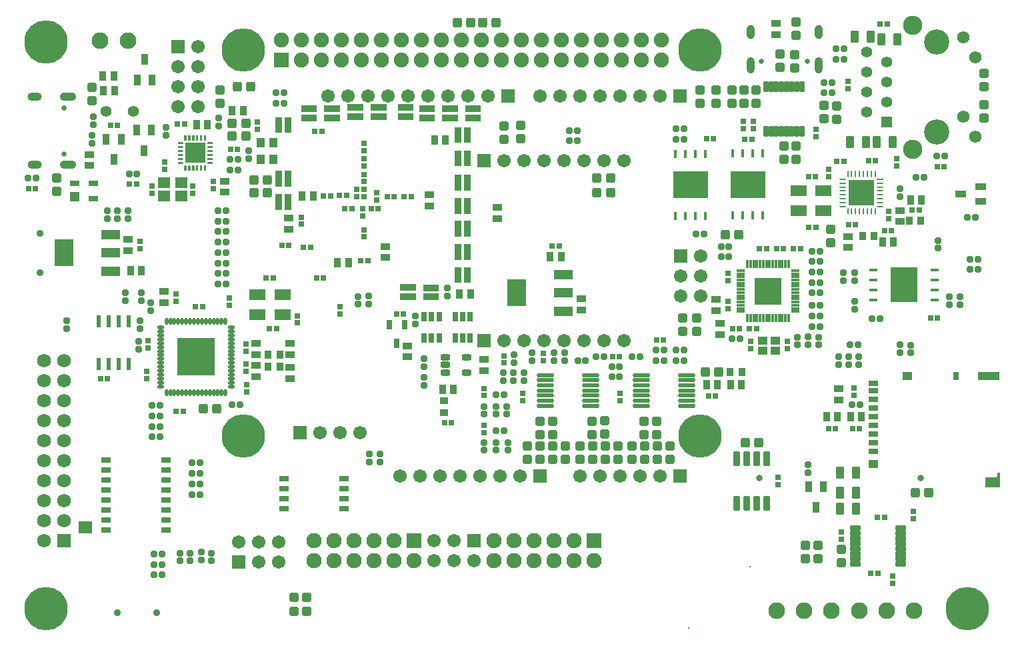
<source format=gbs>
G04*
G04 #@! TF.GenerationSoftware,Altium Limited,Altium Designer,23.11.1 (41)*
G04*
G04 Layer_Color=16711935*
%FSLAX44Y44*%
%MOMM*%
G71*
G04*
G04 #@! TF.SameCoordinates,BF087CC3-BE28-4B26-89C1-CEA847933F0A*
G04*
G04*
G04 #@! TF.FilePolarity,Negative*
G04*
G01*
G75*
%ADD26R,0.8000X1.0000*%
%ADD51R,0.6000X1.5500*%
%ADD66R,0.7600X0.7600*%
%ADD67R,1.1532X0.9532*%
G04:AMPARAMS|DCode=74|XSize=0.8032mm|YSize=0.8032mm|CornerRadius=0.1616mm|HoleSize=0mm|Usage=FLASHONLY|Rotation=90.000|XOffset=0mm|YOffset=0mm|HoleType=Round|Shape=RoundedRectangle|*
%AMROUNDEDRECTD74*
21,1,0.8032,0.4800,0,0,90.0*
21,1,0.4800,0.8032,0,0,90.0*
1,1,0.3232,0.2400,0.2400*
1,1,0.3232,0.2400,-0.2400*
1,1,0.3232,-0.2400,-0.2400*
1,1,0.3232,-0.2400,0.2400*
%
%ADD74ROUNDEDRECTD74*%
%ADD75R,0.9532X1.1532*%
G04:AMPARAMS|DCode=82|XSize=0.8032mm|YSize=0.8032mm|CornerRadius=0.1616mm|HoleSize=0mm|Usage=FLASHONLY|Rotation=180.000|XOffset=0mm|YOffset=0mm|HoleType=Round|Shape=RoundedRectangle|*
%AMROUNDEDRECTD82*
21,1,0.8032,0.4800,0,0,180.0*
21,1,0.4800,0.8032,0,0,180.0*
1,1,0.3232,-0.2400,0.2400*
1,1,0.3232,0.2400,0.2400*
1,1,0.3232,0.2400,-0.2400*
1,1,0.3232,-0.2400,-0.2400*
%
%ADD82ROUNDEDRECTD82*%
%ADD83R,0.8382X1.4732*%
G04:AMPARAMS|DCode=85|XSize=1.2032mm|YSize=1.1032mm|CornerRadius=0.2141mm|HoleSize=0mm|Usage=FLASHONLY|Rotation=0.000|XOffset=0mm|YOffset=0mm|HoleType=Round|Shape=RoundedRectangle|*
%AMROUNDEDRECTD85*
21,1,1.2032,0.6750,0,0,0.0*
21,1,0.7750,1.1032,0,0,0.0*
1,1,0.4282,0.3875,-0.3375*
1,1,0.4282,-0.3875,-0.3375*
1,1,0.4282,-0.3875,0.3375*
1,1,0.4282,0.3875,0.3375*
%
%ADD85ROUNDEDRECTD85*%
%ADD87R,1.7032X1.7032*%
%ADD88C,1.7032*%
%ADD89C,0.9000*%
%ADD90C,0.8032*%
%ADD91C,0.5588*%
%ADD92C,5.5032*%
%ADD93C,1.3900*%
%ADD94C,1.9032*%
%ADD95C,2.1032*%
%ADD96C,1.9304*%
%ADD97C,1.4032*%
%ADD98C,1.7532*%
%ADD99C,1.5700*%
%ADD100R,1.7532X1.7532*%
%ADD101R,1.9032X1.9032*%
%ADD102R,1.8796X1.8796*%
%ADD103C,3.2000*%
%ADD104R,1.3900X1.3900*%
%ADD105C,2.4500*%
G04:AMPARAMS|DCode=106|XSize=1mm|YSize=1.8mm|CornerRadius=0.5mm|HoleSize=0mm|Usage=FLASHONLY|Rotation=180.000|XOffset=0mm|YOffset=0mm|HoleType=Round|Shape=RoundedRectangle|*
%AMROUNDEDRECTD106*
21,1,1.0000,0.8000,0,0,180.0*
21,1,0.0000,1.8000,0,0,180.0*
1,1,1.0000,0.0000,0.4000*
1,1,1.0000,0.0000,0.4000*
1,1,1.0000,0.0000,-0.4000*
1,1,1.0000,0.0000,-0.4000*
%
%ADD106ROUNDEDRECTD106*%
G04:AMPARAMS|DCode=107|XSize=1mm|YSize=2.1mm|CornerRadius=0.5mm|HoleSize=0mm|Usage=FLASHONLY|Rotation=180.000|XOffset=0mm|YOffset=0mm|HoleType=Round|Shape=RoundedRectangle|*
%AMROUNDEDRECTD107*
21,1,1.0000,1.1000,0,0,180.0*
21,1,0.0000,2.1000,0,0,180.0*
1,1,1.0000,0.0000,0.5500*
1,1,1.0000,0.0000,0.5500*
1,1,1.0000,0.0000,-0.5500*
1,1,1.0000,0.0000,-0.5500*
%
%ADD107ROUNDEDRECTD107*%
%ADD108C,0.6500*%
%ADD109R,1.7032X1.7032*%
%ADD110C,0.2032*%
G04:AMPARAMS|DCode=111|XSize=1mm|YSize=2.1mm|CornerRadius=0.5mm|HoleSize=0mm|Usage=FLASHONLY|Rotation=270.000|XOffset=0mm|YOffset=0mm|HoleType=Round|Shape=RoundedRectangle|*
%AMROUNDEDRECTD111*
21,1,1.0000,1.1000,0,0,270.0*
21,1,0.0000,2.1000,0,0,270.0*
1,1,1.0000,-0.5500,0.0000*
1,1,1.0000,-0.5500,0.0000*
1,1,1.0000,0.5500,0.0000*
1,1,1.0000,0.5500,0.0000*
%
%ADD111ROUNDEDRECTD111*%
G04:AMPARAMS|DCode=112|XSize=1mm|YSize=1.8mm|CornerRadius=0.5mm|HoleSize=0mm|Usage=FLASHONLY|Rotation=270.000|XOffset=0mm|YOffset=0mm|HoleType=Round|Shape=RoundedRectangle|*
%AMROUNDEDRECTD112*
21,1,1.0000,0.8000,0,0,270.0*
21,1,0.0000,1.8000,0,0,270.0*
1,1,1.0000,-0.4000,0.0000*
1,1,1.0000,-0.4000,0.0000*
1,1,1.0000,0.4000,0.0000*
1,1,1.0000,0.4000,0.0000*
%
%ADD112ROUNDEDRECTD112*%
%ADD144R,1.2700X0.7600*%
G04:AMPARAMS|DCode=150|XSize=0.8078mm|YSize=0.2393mm|CornerRadius=0.1196mm|HoleSize=0mm|Usage=FLASHONLY|Rotation=180.000|XOffset=0mm|YOffset=0mm|HoleType=Round|Shape=RoundedRectangle|*
%AMROUNDEDRECTD150*
21,1,0.8078,0.0000,0,0,180.0*
21,1,0.5686,0.2393,0,0,180.0*
1,1,0.2393,-0.2843,0.0000*
1,1,0.2393,0.2843,0.0000*
1,1,0.2393,0.2843,0.0000*
1,1,0.2393,-0.2843,0.0000*
%
%ADD150ROUNDEDRECTD150*%
G04:AMPARAMS|DCode=151|XSize=0.2393mm|YSize=0.8078mm|CornerRadius=0.1196mm|HoleSize=0mm|Usage=FLASHONLY|Rotation=180.000|XOffset=0mm|YOffset=0mm|HoleType=Round|Shape=RoundedRectangle|*
%AMROUNDEDRECTD151*
21,1,0.2393,0.5686,0,0,180.0*
21,1,0.0000,0.8078,0,0,180.0*
1,1,0.2393,0.0000,0.2843*
1,1,0.2393,0.0000,0.2843*
1,1,0.2393,0.0000,-0.2843*
1,1,0.2393,0.0000,-0.2843*
%
%ADD151ROUNDEDRECTD151*%
%ADD152R,3.2000X3.2000*%
%ADD153R,4.4000X3.5000*%
G04:AMPARAMS|DCode=154|XSize=1.0611mm|YSize=0.3925mm|CornerRadius=0.1962mm|HoleSize=0mm|Usage=FLASHONLY|Rotation=90.000|XOffset=0mm|YOffset=0mm|HoleType=Round|Shape=RoundedRectangle|*
%AMROUNDEDRECTD154*
21,1,1.0611,0.0000,0,0,90.0*
21,1,0.6686,0.3925,0,0,90.0*
1,1,0.3925,0.0000,0.3343*
1,1,0.3925,0.0000,-0.3343*
1,1,0.3925,0.0000,-0.3343*
1,1,0.3925,0.0000,0.3343*
%
%ADD154ROUNDEDRECTD154*%
%ADD155R,3.5000X4.4000*%
G04:AMPARAMS|DCode=156|XSize=1.0611mm|YSize=0.3925mm|CornerRadius=0.1962mm|HoleSize=0mm|Usage=FLASHONLY|Rotation=0.000|XOffset=0mm|YOffset=0mm|HoleType=Round|Shape=RoundedRectangle|*
%AMROUNDEDRECTD156*
21,1,1.0611,0.0000,0,0,0.0*
21,1,0.6686,0.3925,0,0,0.0*
1,1,0.3925,0.3343,0.0000*
1,1,0.3925,-0.3343,0.0000*
1,1,0.3925,-0.3343,0.0000*
1,1,0.3925,0.3343,0.0000*
%
%ADD156ROUNDEDRECTD156*%
%ADD157R,2.8000X1.0000*%
%ADD158R,1.2000X1.0000*%
%ADD162C,1.1447*%
%ADD163R,1.2000X0.7000*%
%ADD166R,1.1000X1.3000*%
%ADD167R,2.5000X2.5000*%
%ADD176R,0.3925X1.0611*%
%ADD177R,1.0611X0.3925*%
%ADD178R,0.8078X0.2393*%
%ADD179C,0.2520*%
%ADD184R,1.8000X1.6000*%
%ADD185R,0.8532X1.4032*%
G04:AMPARAMS|DCode=186|XSize=1.2032mm|YSize=1.1032mm|CornerRadius=0.2141mm|HoleSize=0mm|Usage=FLASHONLY|Rotation=270.000|XOffset=0mm|YOffset=0mm|HoleType=Round|Shape=RoundedRectangle|*
%AMROUNDEDRECTD186*
21,1,1.2032,0.6750,0,0,270.0*
21,1,0.7750,1.1032,0,0,270.0*
1,1,0.4282,-0.3375,-0.3875*
1,1,0.4282,-0.3375,0.3875*
1,1,0.4282,0.3375,0.3875*
1,1,0.4282,0.3375,-0.3875*
%
%ADD186ROUNDEDRECTD186*%
%ADD187R,2.1032X1.4032*%
%ADD188R,0.5032X0.8532*%
%ADD189R,0.7600X0.7600*%
G04:AMPARAMS|DCode=190|XSize=0.6032mm|YSize=1.4032mm|CornerRadius=0.1516mm|HoleSize=0mm|Usage=FLASHONLY|Rotation=90.000|XOffset=0mm|YOffset=0mm|HoleType=Round|Shape=RoundedRectangle|*
%AMROUNDEDRECTD190*
21,1,0.6032,1.1000,0,0,90.0*
21,1,0.3000,1.4032,0,0,90.0*
1,1,0.3032,0.5500,0.1500*
1,1,0.3032,0.5500,-0.1500*
1,1,0.3032,-0.5500,-0.1500*
1,1,0.3032,-0.5500,0.1500*
%
%ADD190ROUNDEDRECTD190*%
G04:AMPARAMS|DCode=191|XSize=1.5032mm|YSize=1.0032mm|CornerRadius=0.2016mm|HoleSize=0mm|Usage=FLASHONLY|Rotation=90.000|XOffset=0mm|YOffset=0mm|HoleType=Round|Shape=RoundedRectangle|*
%AMROUNDEDRECTD191*
21,1,1.5032,0.6000,0,0,90.0*
21,1,1.1000,1.0032,0,0,90.0*
1,1,0.4032,0.3000,0.5500*
1,1,0.4032,0.3000,-0.5500*
1,1,0.4032,-0.3000,-0.5500*
1,1,0.4032,-0.3000,0.5500*
%
%ADD191ROUNDEDRECTD191*%
%ADD192R,0.8032X1.2032*%
G04:AMPARAMS|DCode=193|XSize=1.2532mm|YSize=0.8032mm|CornerRadius=0.2516mm|HoleSize=0mm|Usage=FLASHONLY|Rotation=180.000|XOffset=0mm|YOffset=0mm|HoleType=Round|Shape=RoundedRectangle|*
%AMROUNDEDRECTD193*
21,1,1.2532,0.3000,0,0,180.0*
21,1,0.7500,0.8032,0,0,180.0*
1,1,0.5032,-0.3750,0.1500*
1,1,0.5032,0.3750,0.1500*
1,1,0.5032,0.3750,-0.1500*
1,1,0.5032,-0.3750,-0.1500*
%
%ADD193ROUNDEDRECTD193*%
%ADD194O,2.2032X0.5532*%
G04:AMPARAMS|DCode=195|XSize=0.6032mm|YSize=1.4032mm|CornerRadius=0.1516mm|HoleSize=0mm|Usage=FLASHONLY|Rotation=180.000|XOffset=0mm|YOffset=0mm|HoleType=Round|Shape=RoundedRectangle|*
%AMROUNDEDRECTD195*
21,1,0.6032,1.1000,0,0,180.0*
21,1,0.3000,1.4032,0,0,180.0*
1,1,0.3032,-0.1500,0.5500*
1,1,0.3032,0.1500,0.5500*
1,1,0.3032,0.1500,-0.5500*
1,1,0.3032,-0.1500,-0.5500*
%
%ADD195ROUNDEDRECTD195*%
%ADD196R,1.4032X0.8532*%
%ADD197R,3.4032X3.4032*%
%ADD198R,0.4032X1.0532*%
%ADD199R,1.1532X1.0032*%
%ADD200R,2.3532X1.2032*%
G04:AMPARAMS|DCode=201|XSize=0.8532mm|YSize=1.8532mm|CornerRadius=0.1504mm|HoleSize=0mm|Usage=FLASHONLY|Rotation=0.000|XOffset=0mm|YOffset=0mm|HoleType=Round|Shape=RoundedRectangle|*
%AMROUNDEDRECTD201*
21,1,0.8532,1.5525,0,0,0.0*
21,1,0.5525,1.8532,0,0,0.0*
1,1,0.3007,0.2763,-0.7763*
1,1,0.3007,-0.2763,-0.7763*
1,1,0.3007,-0.2763,0.7763*
1,1,0.3007,0.2763,0.7763*
%
%ADD201ROUNDEDRECTD201*%
%ADD202R,1.6032X1.4032*%
%ADD203R,1.2032X1.2032*%
%ADD204O,0.9532X0.4532*%
%ADD205R,4.7032X4.7032*%
%ADD206O,0.4532X0.9532*%
%ADD207R,0.8532X0.5032*%
%ADD208R,0.8432X1.1232*%
%ADD209R,2.3532X3.4532*%
%ADD210R,1.0532X0.4032*%
%ADD211R,1.2032X0.8032*%
%ADD212R,1.1232X0.8432*%
G36*
X633280Y887807D02*
X633674Y887413D01*
X633887Y886898D01*
Y886620D01*
Y886341D01*
X633674Y885827D01*
X633280Y885433D01*
X632766Y885220D01*
X626987D01*
Y888020D01*
X632766D01*
X633280Y887807D01*
D02*
G37*
G36*
X632487Y893020D02*
X632766D01*
X633280Y892807D01*
X633674Y892413D01*
X633887Y891898D01*
Y891620D01*
Y891341D01*
X633674Y890827D01*
X633280Y890433D01*
X632766Y890220D01*
X626987D01*
Y893020D01*
X632487D01*
Y893020D01*
D02*
G37*
G36*
X633280Y897807D02*
X633674Y897413D01*
X633887Y896898D01*
Y896620D01*
Y896341D01*
X633674Y895827D01*
X633280Y895433D01*
X632766Y895220D01*
X626987D01*
Y898020D01*
X632766D01*
X633280Y897807D01*
D02*
G37*
G36*
X637556Y883532D02*
X637949Y883138D01*
X638162Y882624D01*
Y882345D01*
Y876845D01*
X635363D01*
Y882345D01*
Y882624D01*
X635576Y883138D01*
X635970Y883532D01*
X636484Y883745D01*
X637041D01*
X637556Y883532D01*
D02*
G37*
G36*
X642555D02*
X642949Y883138D01*
X643163Y882624D01*
Y882345D01*
X643163Y876845D01*
X640362D01*
Y882345D01*
Y882624D01*
X640576Y883138D01*
X640969Y883532D01*
X641484Y883745D01*
X642041D01*
X642555Y883532D01*
D02*
G37*
G36*
X647556D02*
X647949Y883138D01*
X648163Y882624D01*
Y882345D01*
Y876845D01*
X645362D01*
Y882345D01*
Y882624D01*
X645576Y883138D01*
X645969Y883532D01*
X646484Y883745D01*
X647041D01*
X647556Y883532D01*
D02*
G37*
G36*
X633280Y902807D02*
X633674Y902413D01*
X633887Y901898D01*
Y901620D01*
Y901341D01*
X633674Y900827D01*
X633280Y900433D01*
X632766Y900220D01*
X626987D01*
Y903020D01*
X632766D01*
X633280Y902807D01*
D02*
G37*
G36*
Y907807D02*
X633674Y907413D01*
X633887Y906898D01*
Y906620D01*
Y906341D01*
X633674Y905827D01*
X633280Y905433D01*
X632766Y905220D01*
X632487D01*
X626987Y905220D01*
Y908020D01*
X632766D01*
X633280Y907807D01*
D02*
G37*
G36*
Y912807D02*
X633674Y912413D01*
X633887Y911898D01*
Y911620D01*
Y911341D01*
X633674Y910827D01*
X633280Y910433D01*
X632766Y910220D01*
X626987D01*
Y913020D01*
X632766D01*
X633280Y912807D01*
D02*
G37*
G36*
X638162Y915895D02*
Y915617D01*
X637949Y915102D01*
X637556Y914708D01*
X637041Y914495D01*
X636484D01*
X635970Y914708D01*
X635576Y915102D01*
X635363Y915617D01*
Y915895D01*
Y921395D01*
X638162D01*
Y915895D01*
D02*
G37*
G36*
X643163D02*
X643163D01*
Y915617D01*
X642949Y915102D01*
X642555Y914708D01*
X642041Y914495D01*
X641484D01*
X640969Y914708D01*
X640576Y915102D01*
X640362Y915617D01*
Y915895D01*
Y921395D01*
X643163D01*
Y915895D01*
D02*
G37*
G36*
X648163D02*
Y915617D01*
X647949Y915102D01*
X647556Y914708D01*
X647041Y914495D01*
X646484D01*
X645969Y914708D01*
X645576Y915102D01*
X645362Y915617D01*
Y915895D01*
Y921395D01*
X648163D01*
Y915895D01*
D02*
G37*
G36*
X663163D02*
Y915617D01*
X662949Y915102D01*
X662555Y914708D01*
X662041Y914495D01*
X661484D01*
X660969Y914708D01*
X660576Y915102D01*
X660362Y915617D01*
Y915895D01*
Y921395D01*
X663163D01*
Y915895D01*
D02*
G37*
G36*
X658163D02*
Y915617D01*
X657949Y915102D01*
X657556Y914708D01*
X657041Y914495D01*
X656484D01*
X655969Y914708D01*
X655576Y915102D01*
X655362Y915617D01*
Y915895D01*
X655362Y921395D01*
X658163D01*
Y915895D01*
D02*
G37*
G36*
X653163D02*
Y915617D01*
X652949Y915102D01*
X652555Y914708D01*
X652041Y914495D01*
X651484D01*
X650969Y914708D01*
X650576Y915102D01*
X650362Y915617D01*
Y915895D01*
Y921395D01*
X653163D01*
Y915895D01*
D02*
G37*
G36*
X671537Y910220D02*
X665759D01*
X665245Y910433D01*
X664851Y910827D01*
X664638Y911341D01*
Y911620D01*
Y911898D01*
X664851Y912413D01*
X665245Y912807D01*
X665759Y913020D01*
X671537D01*
Y910220D01*
D02*
G37*
G36*
Y905220D02*
X666038D01*
Y905220D01*
X665759D01*
X665245Y905433D01*
X664851Y905827D01*
X664638Y906341D01*
Y906620D01*
Y906898D01*
X664851Y907413D01*
X665245Y907807D01*
X665759Y908020D01*
X671537D01*
Y905220D01*
D02*
G37*
G36*
Y900220D02*
X665759D01*
X665245Y900433D01*
X664851Y900827D01*
X664638Y901341D01*
Y901620D01*
Y901898D01*
X664851Y902413D01*
X665245Y902807D01*
X665759Y903020D01*
X671537D01*
Y900220D01*
D02*
G37*
G36*
Y895220D02*
X665759D01*
X665245Y895433D01*
X664851Y895827D01*
X664638Y896341D01*
Y896620D01*
Y896898D01*
X664851Y897413D01*
X665245Y897807D01*
X665759Y898020D01*
X671537D01*
Y895220D01*
D02*
G37*
G36*
Y890220D02*
X665759D01*
X665245Y890433D01*
X664851Y890827D01*
X664638Y891341D01*
Y891620D01*
Y891898D01*
X664851Y892413D01*
X665245Y892807D01*
X665759Y893020D01*
X666038D01*
X671537Y893020D01*
Y890220D01*
D02*
G37*
G36*
Y885220D02*
X665759D01*
X665245Y885433D01*
X664851Y885827D01*
X664638Y886341D01*
Y886620D01*
Y886898D01*
X664851Y887413D01*
X665245Y887807D01*
X665759Y888020D01*
X671537D01*
Y885220D01*
D02*
G37*
G36*
X662555Y883532D02*
X662949Y883138D01*
X663163Y882624D01*
Y882345D01*
Y876845D01*
X660362D01*
Y882345D01*
Y882624D01*
X660576Y883138D01*
X660969Y883532D01*
X661484Y883745D01*
X662041D01*
X662555Y883532D01*
D02*
G37*
G36*
X657556D02*
X657949Y883138D01*
X658163Y882624D01*
Y882345D01*
Y876845D01*
X655362D01*
Y882345D01*
X655362D01*
Y882624D01*
X655576Y883138D01*
X655969Y883532D01*
X656484Y883745D01*
X657041D01*
X657556Y883532D01*
D02*
G37*
G36*
X652555D02*
X652949Y883138D01*
X653163Y882624D01*
Y882345D01*
Y876845D01*
X650362D01*
Y882345D01*
Y882624D01*
X650576Y883138D01*
X650969Y883532D01*
X651484Y883745D01*
X652041D01*
X652555Y883532D01*
D02*
G37*
G36*
X1671350Y474346D02*
X1652350D01*
Y487346D01*
X1666350D01*
X1667850Y488846D01*
Y492846D01*
X1671350D01*
Y474346D01*
D02*
G37*
D26*
X1615850Y615846D02*
D03*
D51*
X527050Y684860D02*
D03*
X539750D02*
D03*
X552450D02*
D03*
X565150D02*
D03*
X552450Y630860D02*
D03*
X527050D02*
D03*
X539750D02*
D03*
X565150D02*
D03*
D66*
X1470000Y417600D02*
D03*
Y408400D02*
D03*
X1540000Y891600D02*
D03*
Y882400D02*
D03*
X1453725Y869139D02*
D03*
Y878339D02*
D03*
X728000Y938600D02*
D03*
Y929400D02*
D03*
X864000Y862730D02*
D03*
Y871930D02*
D03*
Y843400D02*
D03*
Y852600D02*
D03*
X854000Y843400D02*
D03*
Y852600D02*
D03*
X861963Y819360D02*
D03*
Y828560D02*
D03*
X1065324Y584600D02*
D03*
X1188720Y584680D02*
D03*
X1478280Y990120D02*
D03*
X1437640Y929160D02*
D03*
X1357652Y939320D02*
D03*
X1345473D02*
D03*
X1530350Y825020D02*
D03*
X880000Y839400D02*
D03*
X1485900Y600776D02*
D03*
X1401587Y659920D02*
D03*
X1354370Y650720D02*
D03*
X1561000Y443600D02*
D03*
X1535000Y352400D02*
D03*
X1389380Y478000D02*
D03*
X1325880Y737080D02*
D03*
Y701520D02*
D03*
X864000Y902400D02*
D03*
Y891600D02*
D03*
Y801600D02*
D03*
X784000Y808480D02*
D03*
X610870Y878050D02*
D03*
X672467Y853534D02*
D03*
X646430Y856770D02*
D03*
X594795Y847570D02*
D03*
X579000Y786600D02*
D03*
X833000Y704200D02*
D03*
X779331Y683177D02*
D03*
X693000Y714600D02*
D03*
X714000Y647400D02*
D03*
Y622000D02*
D03*
X715000Y595800D02*
D03*
X625000Y719600D02*
D03*
X589000Y660600D02*
D03*
X588000Y612400D02*
D03*
X1485900Y591576D02*
D03*
X1530350Y815820D02*
D03*
X1478280Y980920D02*
D03*
X693000Y705400D02*
D03*
X589000Y651400D02*
D03*
X715000Y605000D02*
D03*
X588000Y621600D02*
D03*
X1016000Y544196D02*
D03*
X784000Y817679D02*
D03*
X880000Y848600D02*
D03*
X1016000Y590945D02*
D03*
X1091578Y635480D02*
D03*
X1041400Y641585D02*
D03*
X625000Y710400D02*
D03*
X864000Y792400D02*
D03*
Y911600D02*
D03*
Y882400D02*
D03*
X1389380Y487200D02*
D03*
X1325880Y710720D02*
D03*
Y746280D02*
D03*
X1016000Y553396D02*
D03*
X1091578Y644680D02*
D03*
X1016000Y600144D02*
D03*
X1041400Y632385D02*
D03*
X779331Y692377D02*
D03*
X1401587Y650720D02*
D03*
X1354370Y659920D02*
D03*
X833000Y695000D02*
D03*
X1345473Y930120D02*
D03*
X1357652D02*
D03*
X1437640Y919960D02*
D03*
X579000Y777400D02*
D03*
X1561000Y434400D02*
D03*
X1535000Y361600D02*
D03*
X1065324Y593800D02*
D03*
X1188720Y593880D02*
D03*
X714000Y656600D02*
D03*
Y631200D02*
D03*
X646430Y847570D02*
D03*
X594795Y856770D02*
D03*
X610870Y887250D02*
D03*
X672467Y862735D02*
D03*
D67*
X1016000Y636920D02*
D03*
X919000Y640000D02*
D03*
X1386840Y1049640D02*
D03*
X1544320Y826150D02*
D03*
X947000Y846000D02*
D03*
X1033000Y830000D02*
D03*
X1478280Y779130D02*
D03*
X1466850Y599578D02*
D03*
X890730Y766290D02*
D03*
X1310640Y699120D02*
D03*
X1315720Y668640D02*
D03*
X1140000Y714000D02*
D03*
X768000Y802482D02*
D03*
X514682Y883270D02*
D03*
X686816Y849488D02*
D03*
X564000Y789000D02*
D03*
X769620Y657240D02*
D03*
X726440Y615300D02*
D03*
Y643240D02*
D03*
X769620Y612760D02*
D03*
X610000Y723000D02*
D03*
X1466850Y585578D02*
D03*
X1544320Y812150D02*
D03*
X947000Y832000D02*
D03*
X1478280Y793130D02*
D03*
X768000Y816481D02*
D03*
X1033000Y816000D02*
D03*
X769620Y626760D02*
D03*
Y643240D02*
D03*
X1140000Y700000D02*
D03*
X1310640Y713120D02*
D03*
X890730Y780290D02*
D03*
X919000Y654000D02*
D03*
X1315720Y682640D02*
D03*
X1386840Y1063640D02*
D03*
X564000Y775000D02*
D03*
X1016000Y622920D02*
D03*
X610000Y709000D02*
D03*
X726440Y657240D02*
D03*
Y629300D02*
D03*
X686816Y863488D02*
D03*
X514682Y897270D02*
D03*
D74*
X1565000Y868000D02*
D03*
X1575000D02*
D03*
X1633000Y751000D02*
D03*
X1643000D02*
D03*
X1124590Y927689D02*
D03*
X1134590D02*
D03*
Y914400D02*
D03*
X1124590D02*
D03*
X1178165Y627968D02*
D03*
X1158320Y640080D02*
D03*
X1269920Y635351D02*
D03*
Y648639D02*
D03*
X1473120Y1017952D02*
D03*
X1601000Y895000D02*
D03*
X703500Y877392D02*
D03*
X565230Y872364D02*
D03*
X447000Y867000D02*
D03*
X1643000Y764000D02*
D03*
X1633000D02*
D03*
X1640000Y817000D02*
D03*
X1630000D02*
D03*
X688345Y732766D02*
D03*
X678345D02*
D03*
Y746055D02*
D03*
X688345D02*
D03*
X678345Y759343D02*
D03*
X688345D02*
D03*
X678345Y772632D02*
D03*
X688345D02*
D03*
X678505Y785920D02*
D03*
X688505D02*
D03*
X678345Y799209D02*
D03*
X688345D02*
D03*
X678345Y812497D02*
D03*
X688345D02*
D03*
X678345Y825786D02*
D03*
X688345D02*
D03*
X604440Y578399D02*
D03*
X594440D02*
D03*
X604440Y565110D02*
D03*
X594440D02*
D03*
X604440Y551768D02*
D03*
X594440D02*
D03*
X604440Y538480D02*
D03*
X594440D02*
D03*
X655320Y505460D02*
D03*
X645320D02*
D03*
X655240Y492172D02*
D03*
X645240D02*
D03*
X655320Y478883D02*
D03*
X645320D02*
D03*
X655240Y464820D02*
D03*
X645240D02*
D03*
X607060Y363220D02*
D03*
X597060D02*
D03*
X606980Y376508D02*
D03*
X596980D02*
D03*
X606980Y389797D02*
D03*
X596980D02*
D03*
X1490900Y656035D02*
D03*
X1480900D02*
D03*
X1493440Y579120D02*
D03*
X1483440D02*
D03*
X1591000Y895000D02*
D03*
X1168320Y640080D02*
D03*
X1442640Y761226D02*
D03*
X1432640D02*
D03*
X703500Y890680D02*
D03*
X693500D02*
D03*
X1518840Y688366D02*
D03*
X1442640Y692057D02*
D03*
X1285320Y796306D02*
D03*
X1259920Y929640D02*
D03*
Y916234D02*
D03*
X751920Y962072D02*
D03*
X1331040Y662906D02*
D03*
X1031320Y546810D02*
D03*
X1234520Y648639D02*
D03*
X1031320Y592530D02*
D03*
X1442640Y678768D02*
D03*
X1259920Y648639D02*
D03*
X1204040Y640351D02*
D03*
X1508840Y688366D02*
D03*
X1341040Y662906D02*
D03*
X761920Y975360D02*
D03*
X751920D02*
D03*
X761920Y962072D02*
D03*
X1317070Y780368D02*
D03*
X1327070D02*
D03*
X1442640Y774514D02*
D03*
X1432640D02*
D03*
X1317150Y767080D02*
D03*
X1327150D02*
D03*
X1442640Y747937D02*
D03*
X1432640D02*
D03*
X1442560Y734649D02*
D03*
X1432560D02*
D03*
X1269920Y916234D02*
D03*
X1442560Y721360D02*
D03*
X1432560D02*
D03*
X1442640Y705346D02*
D03*
X1432640D02*
D03*
X1269920Y929640D02*
D03*
X1432640Y692057D02*
D03*
X1295320Y796306D02*
D03*
X1432640Y678768D02*
D03*
X1473120Y1031240D02*
D03*
X1463120D02*
D03*
Y1017952D02*
D03*
X1447880Y975360D02*
D03*
X1457880D02*
D03*
X1447880Y988649D02*
D03*
X1457880D02*
D03*
X1244520Y648639D02*
D03*
X1234600Y635351D02*
D03*
X1244600D02*
D03*
X1259920D02*
D03*
X1214040Y640351D02*
D03*
X1145031Y635472D02*
D03*
X1135032D02*
D03*
X1178165Y614680D02*
D03*
X1188165D02*
D03*
Y627968D02*
D03*
X1041320Y546810D02*
D03*
Y592530D02*
D03*
X696040Y579120D02*
D03*
X706040D02*
D03*
X575230Y872364D02*
D03*
X693500Y877392D02*
D03*
X437000Y867000D02*
D03*
D75*
X798958Y844836D02*
D03*
X784958D02*
D03*
X977280Y598869D02*
D03*
X1312645Y604496D02*
D03*
X1557640Y839470D02*
D03*
X967120Y915670D02*
D03*
X1536080Y785760D02*
D03*
X1343040Y604496D02*
D03*
X1481440Y563880D02*
D03*
X1450960D02*
D03*
X1114000Y767000D02*
D03*
X998870Y719563D02*
D03*
X710100Y953180D02*
D03*
X664860Y934720D02*
D03*
X532100Y996950D02*
D03*
X532750Y977900D02*
D03*
X829921Y760000D02*
D03*
X581000Y750000D02*
D03*
X1571640Y839470D02*
D03*
X1522080Y785760D02*
D03*
X1100000Y767000D02*
D03*
X843921Y760000D02*
D03*
X984870Y719563D02*
D03*
X1464960Y563880D02*
D03*
X1495440D02*
D03*
X953120Y915670D02*
D03*
X567000Y750000D02*
D03*
X1329040Y604496D02*
D03*
X1298645Y604496D02*
D03*
X963280Y598869D02*
D03*
X696100Y953180D02*
D03*
X650860Y934720D02*
D03*
X546100Y996950D02*
D03*
X546750Y977900D02*
D03*
D82*
X1593000Y778000D02*
D03*
Y788000D02*
D03*
X593000Y699000D02*
D03*
Y709000D02*
D03*
X929000Y692000D02*
D03*
Y682000D02*
D03*
X940000Y604000D02*
D03*
X1031240Y521490D02*
D03*
X1016000D02*
D03*
X1031240Y567210D02*
D03*
X1016000Y567290D02*
D03*
X1053512Y609680D02*
D03*
X1040223D02*
D03*
X1118188Y635472D02*
D03*
X1076960D02*
D03*
X1544320Y843360D02*
D03*
X1427480Y502840D02*
D03*
X716788Y901907D02*
D03*
X520000Y945000D02*
D03*
X486000Y676000D02*
D03*
Y686000D02*
D03*
X560796Y721608D02*
D03*
X560796Y711608D02*
D03*
X580810Y711280D02*
D03*
Y721280D02*
D03*
X550592Y825565D02*
D03*
Y815565D02*
D03*
X563880Y825420D02*
D03*
Y815420D02*
D03*
X537303Y825565D02*
D03*
Y815565D02*
D03*
X969556Y717630D02*
D03*
Y727630D02*
D03*
X884000Y517000D02*
D03*
Y507000D02*
D03*
X870000Y517000D02*
D03*
Y507000D02*
D03*
X579120Y675720D02*
D03*
Y685720D02*
D03*
X1466850Y640000D02*
D03*
Y630000D02*
D03*
X1479550Y640000D02*
D03*
Y630000D02*
D03*
X1492250Y640000D02*
D03*
Y630000D02*
D03*
X1544320Y655240D02*
D03*
Y645240D02*
D03*
X1558290Y645160D02*
D03*
Y655160D02*
D03*
X1544320Y853360D02*
D03*
X630000Y391000D02*
D03*
Y381000D02*
D03*
X643000Y391000D02*
D03*
Y381000D02*
D03*
X657000Y392000D02*
D03*
Y382000D02*
D03*
X670000Y381000D02*
D03*
Y391000D02*
D03*
X1487186Y710263D02*
D03*
Y700263D02*
D03*
X716788Y891907D02*
D03*
X1016000Y531490D02*
D03*
X1487170Y746680D02*
D03*
X1016000Y577290D02*
D03*
X1104900Y635472D02*
D03*
X869259Y717062D02*
D03*
X855971Y716982D02*
D03*
X1054134Y642969D02*
D03*
X1607114Y706200D02*
D03*
X1472635Y746765D02*
D03*
X1414321Y655320D02*
D03*
X1076960Y645472D02*
D03*
X1620520Y706200D02*
D03*
X1440898Y655320D02*
D03*
X1040223Y619680D02*
D03*
X1427609Y655480D02*
D03*
X940000Y614000D02*
D03*
X1427480Y492840D02*
D03*
X855971Y706982D02*
D03*
X869259Y707062D02*
D03*
X1472635Y736765D02*
D03*
X1487170Y736680D02*
D03*
X1620520Y716200D02*
D03*
X1607114D02*
D03*
X1414321Y665320D02*
D03*
X1440898D02*
D03*
X1427609Y665480D02*
D03*
X1118188Y645472D02*
D03*
X1104900D02*
D03*
X1066800Y619680D02*
D03*
Y609680D02*
D03*
X1054134Y632969D02*
D03*
X1031240Y577210D02*
D03*
X1053512Y619680D02*
D03*
X1044529Y567210D02*
D03*
Y577210D02*
D03*
X1031240Y531490D02*
D03*
X1046480Y521490D02*
D03*
Y531490D02*
D03*
X940000Y638000D02*
D03*
Y628000D02*
D03*
X577810Y650105D02*
D03*
Y660105D02*
D03*
X679450Y933610D02*
D03*
Y943610D02*
D03*
X612024Y921869D02*
D03*
Y931869D02*
D03*
X520000Y935000D02*
D03*
X517821Y911174D02*
D03*
Y921173D02*
D03*
D83*
X514119Y424000D02*
D03*
X505881D02*
D03*
D85*
X1041000Y916500D02*
D03*
Y933500D02*
D03*
X1063000Y917000D02*
D03*
Y934000D02*
D03*
X1087200Y558679D02*
D03*
X1103219D02*
D03*
X1153240D02*
D03*
X1169258Y558800D02*
D03*
X1219200Y558679D02*
D03*
X1235219D02*
D03*
X1463819Y958460D02*
D03*
X1412240Y1048140D02*
D03*
X1410415Y1024040D02*
D03*
X1391920Y1024500D02*
D03*
X1330960Y961780D02*
D03*
X680832Y978780D02*
D03*
X518000Y982500D02*
D03*
X473710Y850020D02*
D03*
X1268000Y689500D02*
D03*
Y672500D02*
D03*
X1651000Y960500D02*
D03*
Y943500D02*
D03*
Y1000500D02*
D03*
Y983500D02*
D03*
X1456690Y802250D02*
D03*
Y785250D02*
D03*
X1286000Y689500D02*
D03*
Y672500D02*
D03*
X680832Y961780D02*
D03*
X1138000Y526660D02*
D03*
X1203960D02*
D03*
X1119237D02*
D03*
X1186056D02*
D03*
X774700Y317382D02*
D03*
X1424161Y383930D02*
D03*
X791090Y317382D02*
D03*
X1470000Y378500D02*
D03*
X1440180Y383930D02*
D03*
X1252016Y526660D02*
D03*
X1087200D02*
D03*
X1440180Y400930D02*
D03*
X1290320Y978780D02*
D03*
Y961780D02*
D03*
X1447800Y959731D02*
D03*
Y942730D02*
D03*
X1463819Y941460D02*
D03*
X1361440Y978780D02*
D03*
Y961780D02*
D03*
X1412240Y1065140D02*
D03*
X1310640Y961780D02*
D03*
Y978780D02*
D03*
X1410415Y1007040D02*
D03*
X1397000Y890660D02*
D03*
Y907660D02*
D03*
X1391920Y1007500D02*
D03*
X1330960Y978780D02*
D03*
X1412240Y890660D02*
D03*
Y907660D02*
D03*
X1346200Y978780D02*
D03*
Y961780D02*
D03*
X1235219Y541679D02*
D03*
X1219200D02*
D03*
X1219979Y509660D02*
D03*
Y526660D02*
D03*
X1235997Y509660D02*
D03*
Y526660D02*
D03*
X1203960Y509660D02*
D03*
X1252016D02*
D03*
X1470000Y395500D02*
D03*
X1087200Y541679D02*
D03*
X1103219D02*
D03*
X1169258Y541800D02*
D03*
X1153240Y541679D02*
D03*
X1087200Y509660D02*
D03*
X1103219D02*
D03*
Y526660D02*
D03*
X1170037Y509660D02*
D03*
Y526660D02*
D03*
X1154018Y509660D02*
D03*
Y526660D02*
D03*
X1138000Y509660D02*
D03*
X1186056D02*
D03*
X1071181D02*
D03*
Y526660D02*
D03*
X1119237Y509660D02*
D03*
X791090Y334382D02*
D03*
X1424161Y400930D02*
D03*
X774700Y334382D02*
D03*
X518000Y965500D02*
D03*
X473710Y867020D02*
D03*
D87*
X1086800Y489200D02*
D03*
X782320Y543560D02*
D03*
X704850Y379730D02*
D03*
X1046160Y971800D02*
D03*
X1264600Y489200D02*
D03*
X1016000Y889000D02*
D03*
X1003300Y406400D02*
D03*
X1264600Y971800D02*
D03*
X1016000Y660400D02*
D03*
D88*
X1010600Y489200D02*
D03*
X909000D02*
D03*
X934400D02*
D03*
X985200D02*
D03*
X959800D02*
D03*
X1036000D02*
D03*
X1061400D02*
D03*
X1193800Y889000D02*
D03*
X893760Y971800D02*
D03*
X1291400Y717300D02*
D03*
X1193800Y660400D02*
D03*
X858520Y543560D02*
D03*
X755650Y405130D02*
D03*
X652780Y1033780D02*
D03*
X755650Y379730D02*
D03*
X652780Y1008380D02*
D03*
Y982980D02*
D03*
X1168400Y660400D02*
D03*
X1291400Y768100D02*
D03*
X704850Y405130D02*
D03*
X730250Y379730D02*
D03*
X652780Y957580D02*
D03*
X730250Y405130D02*
D03*
X995360Y971800D02*
D03*
X817560D02*
D03*
X842960D02*
D03*
X868360D02*
D03*
X919160D02*
D03*
X944560D02*
D03*
X969960D02*
D03*
X1020760D02*
D03*
X1239200Y489200D02*
D03*
X1213800D02*
D03*
X1188400D02*
D03*
X1163000D02*
D03*
X1137600D02*
D03*
X1266000Y717300D02*
D03*
X1291400Y742700D02*
D03*
X1266000D02*
D03*
X627380Y957580D02*
D03*
Y982980D02*
D03*
Y1008380D02*
D03*
X1168400Y889000D02*
D03*
X1143000D02*
D03*
X1117600D02*
D03*
X1092200D02*
D03*
X1066800D02*
D03*
X1041400D02*
D03*
X952500Y381000D02*
D03*
X977900D02*
D03*
X1003300D02*
D03*
X952500Y406400D02*
D03*
X977900D02*
D03*
X833120Y543560D02*
D03*
X807720D02*
D03*
X1086800Y971800D02*
D03*
X1112200D02*
D03*
X1137600D02*
D03*
X1163000D02*
D03*
X1188400D02*
D03*
X1213800D02*
D03*
X1239200D02*
D03*
X1041400Y660400D02*
D03*
X1066800D02*
D03*
X1092200D02*
D03*
X1117600D02*
D03*
X1143000D02*
D03*
D89*
X452000Y747000D02*
D03*
Y797000D02*
D03*
X600000Y315000D02*
D03*
X550000D02*
D03*
D90*
X1570501Y486002D02*
D03*
X1366000D02*
D03*
D91*
X1290000Y519119D02*
D03*
X1275235Y525235D02*
D03*
X1269119Y540000D02*
D03*
X1275235Y554765D02*
D03*
X1290000Y560881D02*
D03*
X1304765Y554765D02*
D03*
X1310881Y540000D02*
D03*
X1304765Y525235D02*
D03*
X724765D02*
D03*
X730881Y540000D02*
D03*
X724765Y554765D02*
D03*
X710000Y560881D02*
D03*
X695235Y554765D02*
D03*
X689119Y540000D02*
D03*
X695235Y525235D02*
D03*
X710000Y519119D02*
D03*
Y1009119D02*
D03*
X695235Y1015235D02*
D03*
X689119Y1030000D02*
D03*
X695235Y1044765D02*
D03*
X710000Y1050881D02*
D03*
X724765Y1044765D02*
D03*
X730881Y1030000D02*
D03*
X724765Y1015235D02*
D03*
X1304765D02*
D03*
X1310881Y1030000D02*
D03*
X1304765Y1044765D02*
D03*
X1290000Y1050881D02*
D03*
X1275235Y1044765D02*
D03*
X1269119Y1030000D02*
D03*
X1275235Y1015235D02*
D03*
X1290000Y1009119D02*
D03*
X460000Y299119D02*
D03*
X445235Y305235D02*
D03*
X439119Y320000D02*
D03*
X445235Y334765D02*
D03*
X460000Y340881D02*
D03*
X474765Y334765D02*
D03*
X480881Y320000D02*
D03*
X474765Y305235D02*
D03*
X1644765D02*
D03*
X1650881Y320000D02*
D03*
X1644765Y334765D02*
D03*
X1630000Y340881D02*
D03*
X1615235Y334765D02*
D03*
X1609119Y320000D02*
D03*
X1615235Y305235D02*
D03*
X1630000Y299119D02*
D03*
X460000Y1019119D02*
D03*
X445235Y1025235D02*
D03*
X439119Y1040000D02*
D03*
X445235Y1054765D02*
D03*
X460000Y1060881D02*
D03*
X474765Y1054765D02*
D03*
X480881Y1040000D02*
D03*
X474765Y1025235D02*
D03*
D92*
X1290000Y540000D02*
D03*
X710000D02*
D03*
Y1030000D02*
D03*
X1290000D02*
D03*
X460000Y320000D02*
D03*
X1630000D02*
D03*
X460000Y1040000D02*
D03*
D93*
X1502300Y1027300D02*
D03*
X1527700Y963800D02*
D03*
Y989200D02*
D03*
Y1014600D02*
D03*
X1502300Y951100D02*
D03*
Y976500D02*
D03*
Y1001900D02*
D03*
D94*
X1114300Y1042700D02*
D03*
X1165100D02*
D03*
X987300D02*
D03*
X1063500Y1017300D02*
D03*
X1241300D02*
D03*
X911100Y1042700D02*
D03*
X860300Y1017300D02*
D03*
X809500Y1042700D02*
D03*
X961900Y1017300D02*
D03*
X1241300Y1042700D02*
D03*
X1215900D02*
D03*
Y1017300D02*
D03*
X1190500Y1042700D02*
D03*
Y1017300D02*
D03*
X1165100D02*
D03*
X1139700Y1042700D02*
D03*
Y1017300D02*
D03*
X1114300D02*
D03*
X1088900Y1042700D02*
D03*
Y1017300D02*
D03*
X1063500Y1042700D02*
D03*
X1038100D02*
D03*
Y1017300D02*
D03*
X1012700Y1042700D02*
D03*
Y1017300D02*
D03*
X987300D02*
D03*
X961900Y1042700D02*
D03*
X936500D02*
D03*
Y1017300D02*
D03*
X911100D02*
D03*
X885700Y1042700D02*
D03*
Y1017300D02*
D03*
X860300Y1042700D02*
D03*
X834900D02*
D03*
Y1017300D02*
D03*
X809500D02*
D03*
X784100Y1042700D02*
D03*
Y1017300D02*
D03*
X758700Y1042700D02*
D03*
D95*
X1492400Y317500D02*
D03*
X1387400D02*
D03*
X528600Y1041400D02*
D03*
X1422400Y317500D02*
D03*
X1457400D02*
D03*
X563600Y1041400D02*
D03*
X1562400Y317500D02*
D03*
X1527400D02*
D03*
D96*
X1054100Y406400D02*
D03*
Y381000D02*
D03*
X825500Y406400D02*
D03*
Y381000D02*
D03*
X1028700D02*
D03*
Y406400D02*
D03*
X800100Y381000D02*
D03*
Y406400D02*
D03*
X850900Y381000D02*
D03*
X876300D02*
D03*
X901700D02*
D03*
X927100D02*
D03*
X850900Y406400D02*
D03*
X876300D02*
D03*
X901700D02*
D03*
X1130300D02*
D03*
X1104900D02*
D03*
X1079500D02*
D03*
X1155700Y381000D02*
D03*
X1130300D02*
D03*
X1104900D02*
D03*
X1079500D02*
D03*
D97*
X535738Y952246D02*
D03*
X570738D02*
D03*
D98*
X457200Y635000D02*
D03*
Y609600D02*
D03*
Y584200D02*
D03*
Y533400D02*
D03*
Y558800D02*
D03*
Y508000D02*
D03*
Y482600D02*
D03*
Y457200D02*
D03*
Y431800D02*
D03*
X482600Y457200D02*
D03*
Y558800D02*
D03*
Y584200D02*
D03*
Y482600D02*
D03*
Y431800D02*
D03*
Y533400D02*
D03*
Y508000D02*
D03*
Y635000D02*
D03*
Y609600D02*
D03*
X457200Y406400D02*
D03*
D99*
X1640200Y919600D02*
D03*
X1625000Y1046100D02*
D03*
Y945000D02*
D03*
X1640200Y1020700D02*
D03*
D100*
X482600Y406400D02*
D03*
D101*
X758700Y1017300D02*
D03*
D102*
X927100Y406400D02*
D03*
X1155700D02*
D03*
D103*
X1591200Y1040000D02*
D03*
Y925700D02*
D03*
D104*
X1527700Y938400D02*
D03*
D105*
X1560700Y1061600D02*
D03*
Y904100D02*
D03*
D106*
X1440700Y1052550D02*
D03*
X1354300D02*
D03*
D107*
X1440700Y1010750D02*
D03*
X1354300D02*
D03*
D108*
X1426400Y1015750D02*
D03*
X1368600D02*
D03*
X482350Y898200D02*
D03*
Y956000D02*
D03*
D109*
X1266000Y768100D02*
D03*
X627380Y1033780D02*
D03*
D110*
X1353913Y373566D02*
D03*
X1276131Y295784D02*
D03*
D111*
X487350Y883900D02*
D03*
Y970300D02*
D03*
D112*
X445550Y883900D02*
D03*
Y970300D02*
D03*
D144*
X838200Y485140D02*
D03*
Y472440D02*
D03*
Y459740D02*
D03*
Y447040D02*
D03*
X762000Y472440D02*
D03*
Y485140D02*
D03*
Y459740D02*
D03*
Y447040D02*
D03*
X535940Y496570D02*
D03*
Y433070D02*
D03*
Y483870D02*
D03*
Y458470D02*
D03*
Y471170D02*
D03*
Y445770D02*
D03*
Y509270D02*
D03*
Y420370D02*
D03*
X612140Y509270D02*
D03*
Y496570D02*
D03*
Y483870D02*
D03*
Y471170D02*
D03*
Y458470D02*
D03*
Y445770D02*
D03*
Y433070D02*
D03*
Y420370D02*
D03*
D150*
X1519191Y850860D02*
D03*
Y830860D02*
D03*
X1471688Y865860D02*
D03*
Y855860D02*
D03*
Y835860D02*
D03*
X1519191Y845860D02*
D03*
X1471688Y860860D02*
D03*
X1519191Y855860D02*
D03*
X1471688Y840860D02*
D03*
X1519191Y860860D02*
D03*
Y840860D02*
D03*
Y835860D02*
D03*
X1471688Y830860D02*
D03*
Y845860D02*
D03*
Y850860D02*
D03*
D151*
X1497940Y872112D02*
D03*
X1492940Y824608D02*
D03*
X1482940Y872112D02*
D03*
X1477940D02*
D03*
X1502940D02*
D03*
X1487940D02*
D03*
X1492940D02*
D03*
X1507940D02*
D03*
X1512940Y824608D02*
D03*
X1507940D02*
D03*
X1502940D02*
D03*
X1497940D02*
D03*
X1487940D02*
D03*
X1482940D02*
D03*
X1477940D02*
D03*
X1512940Y872112D02*
D03*
D152*
X1495440Y848360D02*
D03*
D153*
X1351280Y858979D02*
D03*
X1278261Y858520D02*
D03*
D154*
X1332230Y819724D02*
D03*
X1259212Y819265D02*
D03*
X1284612Y897775D02*
D03*
X1271911D02*
D03*
X1259212D02*
D03*
X1271911Y819265D02*
D03*
X1284612D02*
D03*
X1297312Y897775D02*
D03*
X1370330Y898234D02*
D03*
X1357630D02*
D03*
X1344930D02*
D03*
X1332230D02*
D03*
X1344930Y819724D02*
D03*
X1357630D02*
D03*
D155*
X1549400Y731520D02*
D03*
D156*
X1510145Y750570D02*
D03*
Y737870D02*
D03*
Y725170D02*
D03*
X1588655D02*
D03*
Y737870D02*
D03*
Y750570D02*
D03*
Y712470D02*
D03*
D157*
X1657350Y615846D02*
D03*
D158*
X1553850D02*
D03*
X1510850Y504346D02*
D03*
D162*
X1664991Y480706D02*
D03*
D163*
X1510850Y574846D02*
D03*
Y606346D02*
D03*
Y552846D02*
D03*
Y519846D02*
D03*
Y530846D02*
D03*
Y541846D02*
D03*
Y563846D02*
D03*
Y585846D02*
D03*
Y596846D02*
D03*
D166*
X748660Y891200D02*
D03*
X732160D02*
D03*
Y912200D02*
D03*
X748660D02*
D03*
D167*
X649262Y899120D02*
D03*
D176*
X1297312Y819265D02*
D03*
X1370330Y819724D02*
D03*
D177*
X1510145Y712470D02*
D03*
D178*
X1519191Y865860D02*
D03*
D179*
X668087Y906620D02*
D03*
X630438Y886620D02*
D03*
Y891620D02*
D03*
Y896620D02*
D03*
X628387Y901620D02*
D03*
Y906620D02*
D03*
Y911620D02*
D03*
X668087D02*
D03*
Y901620D02*
D03*
X668231Y896620D02*
D03*
Y891620D02*
D03*
Y886620D02*
D03*
X636763Y917945D02*
D03*
X641762D02*
D03*
X646762D02*
D03*
X651762Y919995D02*
D03*
X656762D02*
D03*
X661762D02*
D03*
Y880295D02*
D03*
X656762D02*
D03*
X651762D02*
D03*
X646762Y880152D02*
D03*
X641762D02*
D03*
X636763D02*
D03*
D184*
X510000Y424000D02*
D03*
D185*
X585000Y1018000D02*
D03*
X575500Y992000D02*
D03*
X594500D02*
D03*
X584000Y902000D02*
D03*
X593500Y928000D02*
D03*
X574500D02*
D03*
X1447140Y475280D02*
D03*
X545725Y890681D02*
D03*
X555225Y916681D02*
D03*
X536225D02*
D03*
X1428140Y475280D02*
D03*
X1437640Y449280D02*
D03*
D186*
X999500Y1065000D02*
D03*
X982500D02*
D03*
X1031500D02*
D03*
X1014500D02*
D03*
X1159500Y867000D02*
D03*
X1176500D02*
D03*
X1159500Y849000D02*
D03*
X1176500D02*
D03*
X1580500Y468000D02*
D03*
X659520Y574040D02*
D03*
X740500Y848343D02*
D03*
X702700Y982980D02*
D03*
X719700D02*
D03*
X723500Y848343D02*
D03*
Y864361D02*
D03*
X740500D02*
D03*
X1339280Y795400D02*
D03*
X1322280D02*
D03*
X1563500Y468000D02*
D03*
X1314060Y620764D02*
D03*
X1297060D02*
D03*
X1364860Y530860D02*
D03*
X1347860D02*
D03*
X676520Y574040D02*
D03*
X696350Y936911D02*
D03*
X713350D02*
D03*
X713383Y920892D02*
D03*
X696384D02*
D03*
D187*
X1447280Y825992D02*
D03*
X1415280Y850992D02*
D03*
Y825992D02*
D03*
X1447280Y850992D02*
D03*
X760000Y718901D02*
D03*
X728000Y693901D02*
D03*
Y718901D02*
D03*
X760000Y693901D02*
D03*
D188*
X970359Y943540D02*
D03*
X975359D02*
D03*
X980359D02*
D03*
X965359Y943540D02*
D03*
X965359Y955040D02*
D03*
X970359D02*
D03*
X975359D02*
D03*
X980359D02*
D03*
X801389D02*
D03*
X796389D02*
D03*
X791389D02*
D03*
X786389D02*
D03*
X791389Y943540D02*
D03*
X786389D02*
D03*
X801389D02*
D03*
X796389D02*
D03*
X815677Y955040D02*
D03*
X820677D02*
D03*
X825677Y955040D02*
D03*
X830677D02*
D03*
X815677Y943540D02*
D03*
X820677D02*
D03*
X825677D02*
D03*
X830677D02*
D03*
X860000Y956655D02*
D03*
X855000D02*
D03*
X850000D02*
D03*
X845000D02*
D03*
X855000Y945155D02*
D03*
X850000D02*
D03*
X845000D02*
D03*
X860000Y945155D02*
D03*
X889469Y956655D02*
D03*
X884469D02*
D03*
X879469D02*
D03*
X874469D02*
D03*
X884469Y945155D02*
D03*
X879469D02*
D03*
X874469D02*
D03*
X889469D02*
D03*
X924049D02*
D03*
X909049D02*
D03*
X914049D02*
D03*
X919049D02*
D03*
X909049Y956655D02*
D03*
X914049D02*
D03*
X919049Y956655D02*
D03*
X924049D02*
D03*
X951070Y955040D02*
D03*
X946070D02*
D03*
X941070D02*
D03*
X936070D02*
D03*
X941070Y943540D02*
D03*
X946070D02*
D03*
X951070D02*
D03*
X936070D02*
D03*
X1009647Y955040D02*
D03*
X1004647D02*
D03*
X999647Y955040D02*
D03*
X994647D02*
D03*
X1004647Y943540D02*
D03*
X1009647Y943540D02*
D03*
X994647Y943540D02*
D03*
X999647D02*
D03*
X946230Y727710D02*
D03*
X951230D02*
D03*
X941230Y716210D02*
D03*
X946230D02*
D03*
X951230Y716210D02*
D03*
X956230Y716210D02*
D03*
Y727710D02*
D03*
X941230D02*
D03*
X911942Y717008D02*
D03*
X916941D02*
D03*
X921942D02*
D03*
X926942D02*
D03*
X911942Y728508D02*
D03*
X926942Y728508D02*
D03*
X921942D02*
D03*
X916941D02*
D03*
D189*
X1473085Y888590D02*
D03*
X1463885D02*
D03*
X904720Y694249D02*
D03*
X913920Y694249D02*
D03*
X1310160Y590147D02*
D03*
X1518800Y1063000D02*
D03*
X1600600Y882000D02*
D03*
X1504160Y889000D02*
D03*
X1347160Y916138D02*
D03*
X1559560Y826770D02*
D03*
X1533680Y800108D02*
D03*
X1437160Y869188D02*
D03*
X1487960Y807720D02*
D03*
X1428440Y804893D02*
D03*
X1307620Y916940D02*
D03*
X892901Y844000D02*
D03*
X923424D02*
D03*
X786400Y779000D02*
D03*
X872514Y828195D02*
D03*
X1417843Y777240D02*
D03*
X1582900Y689610D02*
D03*
X1387320Y777240D02*
D03*
X1365974D02*
D03*
X1353030Y675640D02*
D03*
X1483840Y548640D02*
D03*
X1453360D02*
D03*
X1111600Y781000D02*
D03*
X868600Y762000D02*
D03*
X1331440Y675640D02*
D03*
X974880Y556580D02*
D03*
X801322Y926869D02*
D03*
X820985Y844564D02*
D03*
X703100Y903413D02*
D03*
X848600Y828000D02*
D03*
X841600Y845000D02*
D03*
X768340Y781590D02*
D03*
X626370Y935990D02*
D03*
X446600Y854000D02*
D03*
X565630Y859631D02*
D03*
X812320Y740410D02*
D03*
X748600Y740000D02*
D03*
X658600Y704000D02*
D03*
X743400Y675704D02*
D03*
X538000Y612140D02*
D03*
X634200Y571000D02*
D03*
X437400Y854000D02*
D03*
X1478760Y807720D02*
D03*
X1568760Y826770D02*
D03*
X1513360Y889000D02*
D03*
X1591400Y882000D02*
D03*
X1528000Y1063000D02*
D03*
X649400Y704000D02*
D03*
X625000Y571000D02*
D03*
X1102400Y781000D02*
D03*
X1298420Y916940D02*
D03*
X1524480Y800108D02*
D03*
X693900Y903413D02*
D03*
X795600Y779000D02*
D03*
X859400Y762000D02*
D03*
X1179040Y640702D02*
D03*
X832400Y845000D02*
D03*
X902101Y844000D02*
D03*
X881714Y828195D02*
D03*
X839400Y828000D02*
D03*
X528800Y612140D02*
D03*
X759140Y781590D02*
D03*
X811785Y844564D02*
D03*
X914224Y844000D02*
D03*
X810522Y926869D02*
D03*
X1462560Y548640D02*
D03*
X1375174Y777240D02*
D03*
X1356360Y916138D02*
D03*
X1408642Y777240D02*
D03*
X1340640Y675640D02*
D03*
X1493040Y548640D02*
D03*
X1592100Y689610D02*
D03*
X1234920Y661373D02*
D03*
X1244120D02*
D03*
X1188240Y640702D02*
D03*
X803120Y740410D02*
D03*
X1362230Y675640D02*
D03*
X1396520Y777240D02*
D03*
X1427960Y869188D02*
D03*
X1515400Y436000D02*
D03*
X1524600D02*
D03*
X1507400Y365000D02*
D03*
X1516600D02*
D03*
X1300960Y590147D02*
D03*
X965680Y556580D02*
D03*
X1437640Y804893D02*
D03*
X739400Y740000D02*
D03*
X752600Y675704D02*
D03*
X574830Y859631D02*
D03*
X635569Y935990D02*
D03*
X550700Y934280D02*
D03*
X541500D02*
D03*
D190*
X1545000Y422500D02*
D03*
Y416000D02*
D03*
Y409500D02*
D03*
Y403000D02*
D03*
Y396500D02*
D03*
Y390000D02*
D03*
X1545000Y383500D02*
D03*
X1545000Y377000D02*
D03*
X1488000Y422500D02*
D03*
Y403000D02*
D03*
Y396500D02*
D03*
X1488000Y383500D02*
D03*
X1488000Y416000D02*
D03*
Y377000D02*
D03*
Y390000D02*
D03*
Y409500D02*
D03*
D191*
X1487000Y1047000D02*
D03*
X1507000D02*
D03*
X1481000Y913000D02*
D03*
X1501000D02*
D03*
X1535000D02*
D03*
X1515000D02*
D03*
X1541000Y1043000D02*
D03*
X1521000D02*
D03*
X1468280Y467360D02*
D03*
X1488280D02*
D03*
Y447040D02*
D03*
X1468280D02*
D03*
X1488280Y492760D02*
D03*
X1468280D02*
D03*
D192*
X896000Y681000D02*
D03*
X915000Y681000D02*
D03*
X905500Y657000D02*
D03*
X949429Y664443D02*
D03*
X988697D02*
D03*
X979197D02*
D03*
X939929Y691443D02*
D03*
X998197D02*
D03*
Y664443D02*
D03*
X958929Y691443D02*
D03*
X979197D02*
D03*
X958929Y664443D02*
D03*
X939929D02*
D03*
X949429Y691443D02*
D03*
X988697D02*
D03*
D193*
X966940Y629920D02*
D03*
Y620420D02*
D03*
X966940Y639420D02*
D03*
X993940Y639420D02*
D03*
X993940Y620420D02*
D03*
D194*
X1151680Y597569D02*
D03*
X1273792Y610447D02*
D03*
Y597447D02*
D03*
Y584447D02*
D03*
Y616947D02*
D03*
Y603947D02*
D03*
Y590947D02*
D03*
Y577947D02*
D03*
X1215791Y616947D02*
D03*
X1215791Y610447D02*
D03*
X1215791Y603947D02*
D03*
X1215791Y597447D02*
D03*
X1215791Y590947D02*
D03*
X1215791Y584447D02*
D03*
X1215791Y577947D02*
D03*
X1093680Y578069D02*
D03*
X1093680Y584569D02*
D03*
X1093680Y591069D02*
D03*
X1093680Y597569D02*
D03*
X1093680Y604068D02*
D03*
X1093680Y610569D02*
D03*
X1093680Y617068D02*
D03*
X1151680Y578069D02*
D03*
Y584569D02*
D03*
Y591068D02*
D03*
Y604068D02*
D03*
Y610569D02*
D03*
Y617068D02*
D03*
D195*
X1419750Y983540D02*
D03*
X1374250D02*
D03*
X1380750D02*
D03*
X1387250D02*
D03*
X1393750D02*
D03*
X1400250D02*
D03*
X1406750D02*
D03*
X1413250D02*
D03*
X1374250Y926540D02*
D03*
X1380750D02*
D03*
X1387250D02*
D03*
X1393750D02*
D03*
X1400250D02*
D03*
X1406750D02*
D03*
X1413250D02*
D03*
X1419750D02*
D03*
D196*
X1647000Y837500D02*
D03*
X1621000Y847000D02*
D03*
X1647000Y856500D02*
D03*
D197*
X1376680Y723739D02*
D03*
D198*
X1386680Y689239D02*
D03*
X1350680D02*
D03*
X1374680Y758239D02*
D03*
X1370680D02*
D03*
X1354680D02*
D03*
X1350680D02*
D03*
X1374680Y689239D02*
D03*
X1402680Y758239D02*
D03*
X1398680D02*
D03*
X1394680D02*
D03*
X1390680D02*
D03*
X1386680D02*
D03*
X1382680D02*
D03*
X1378680D02*
D03*
X1366680D02*
D03*
X1362680D02*
D03*
X1358680D02*
D03*
X1354680Y689239D02*
D03*
X1358680D02*
D03*
X1362680D02*
D03*
X1366680D02*
D03*
X1370680D02*
D03*
X1378680D02*
D03*
X1382680D02*
D03*
X1390680D02*
D03*
X1394680D02*
D03*
X1398680D02*
D03*
X1402680D02*
D03*
D199*
X1386229Y661071D02*
D03*
X1369729Y648072D02*
D03*
Y661071D02*
D03*
X1386229Y648072D02*
D03*
D200*
X1116370Y744360D02*
D03*
X541541Y795162D02*
D03*
X1116370Y698360D02*
D03*
Y721360D02*
D03*
X541541Y749161D02*
D03*
Y772161D02*
D03*
D201*
X1337207Y510850D02*
D03*
X1375307Y454350D02*
D03*
Y510850D02*
D03*
X1362607Y454350D02*
D03*
X1349907D02*
D03*
X1337207D02*
D03*
X1349907Y510850D02*
D03*
X1362607D02*
D03*
D202*
X631600Y861271D02*
D03*
X609600Y844270D02*
D03*
Y861271D02*
D03*
X631600Y844270D02*
D03*
D203*
X496000Y843400D02*
D03*
D204*
X695490Y677580D02*
D03*
Y657580D02*
D03*
Y632580D02*
D03*
Y627580D02*
D03*
Y617580D02*
D03*
Y607580D02*
D03*
X604990Y672580D02*
D03*
Y612580D02*
D03*
Y677580D02*
D03*
Y667580D02*
D03*
Y662580D02*
D03*
Y657580D02*
D03*
Y652580D02*
D03*
Y642580D02*
D03*
Y637580D02*
D03*
Y632580D02*
D03*
Y627580D02*
D03*
Y622580D02*
D03*
Y617580D02*
D03*
Y607580D02*
D03*
Y602580D02*
D03*
X695490D02*
D03*
Y612580D02*
D03*
Y622580D02*
D03*
Y637580D02*
D03*
Y642580D02*
D03*
Y647580D02*
D03*
Y652580D02*
D03*
Y662580D02*
D03*
Y667580D02*
D03*
Y672580D02*
D03*
X604990Y647580D02*
D03*
D205*
X650240Y640080D02*
D03*
D206*
X647740Y594830D02*
D03*
X622740Y685330D02*
D03*
X687740D02*
D03*
X682740D02*
D03*
X677740D02*
D03*
X672740D02*
D03*
X667740D02*
D03*
X662740D02*
D03*
X657740D02*
D03*
X652740D02*
D03*
X642740D02*
D03*
X637740D02*
D03*
X632740D02*
D03*
X627740D02*
D03*
X612740D02*
D03*
Y594830D02*
D03*
X622740D02*
D03*
X627740D02*
D03*
X632740D02*
D03*
X637740D02*
D03*
X642740D02*
D03*
X652740D02*
D03*
X657740D02*
D03*
X662740D02*
D03*
X667740D02*
D03*
X677740D02*
D03*
X682740D02*
D03*
X687740D02*
D03*
X647740Y685330D02*
D03*
X617740D02*
D03*
Y594830D02*
D03*
X672740D02*
D03*
D207*
X755650Y829390D02*
D03*
Y834390D02*
D03*
X755650Y839390D02*
D03*
Y844390D02*
D03*
X767150Y829390D02*
D03*
Y834390D02*
D03*
Y839390D02*
D03*
Y844390D02*
D03*
Y873679D02*
D03*
Y868679D02*
D03*
Y863679D02*
D03*
Y858679D02*
D03*
X755650Y873679D02*
D03*
Y868679D02*
D03*
X755650Y863679D02*
D03*
Y858679D02*
D03*
Y927180D02*
D03*
Y932180D02*
D03*
X755650Y937180D02*
D03*
Y942180D02*
D03*
X767150Y927180D02*
D03*
Y932180D02*
D03*
Y937180D02*
D03*
Y942180D02*
D03*
X994480Y914480D02*
D03*
Y919480D02*
D03*
Y924480D02*
D03*
Y929480D02*
D03*
X982980Y914480D02*
D03*
Y929480D02*
D03*
Y924480D02*
D03*
Y919480D02*
D03*
X994480Y884757D02*
D03*
Y889757D02*
D03*
Y894757D02*
D03*
Y899757D02*
D03*
X982980Y889757D02*
D03*
Y894757D02*
D03*
Y884757D02*
D03*
Y899757D02*
D03*
X994480Y853756D02*
D03*
Y858756D02*
D03*
Y863756D02*
D03*
Y868756D02*
D03*
X982980Y863756D02*
D03*
Y868756D02*
D03*
Y858756D02*
D03*
Y853756D02*
D03*
X994480Y824467D02*
D03*
Y829467D02*
D03*
X994480Y834467D02*
D03*
X994480Y839467D02*
D03*
X982980Y824467D02*
D03*
Y829467D02*
D03*
Y839467D02*
D03*
Y834467D02*
D03*
X994480Y795179D02*
D03*
Y800179D02*
D03*
Y805179D02*
D03*
Y810179D02*
D03*
X982980Y810179D02*
D03*
Y795179D02*
D03*
Y800179D02*
D03*
Y805179D02*
D03*
X994908Y780890D02*
D03*
Y775890D02*
D03*
X994908Y770890D02*
D03*
Y765890D02*
D03*
X983408Y770890D02*
D03*
Y765890D02*
D03*
Y775890D02*
D03*
Y780890D02*
D03*
X982980Y736601D02*
D03*
Y741601D02*
D03*
Y746601D02*
D03*
Y751601D02*
D03*
X994480Y736601D02*
D03*
Y741601D02*
D03*
Y746601D02*
D03*
Y751601D02*
D03*
D208*
X1556070Y812800D02*
D03*
X1570670D02*
D03*
X1496700Y793750D02*
D03*
X1511300D02*
D03*
X756600Y627380D02*
D03*
Y642620D02*
D03*
X1328740Y620764D02*
D03*
X1343340D02*
D03*
X742000Y642620D02*
D03*
Y627380D02*
D03*
D209*
X1057870Y721360D02*
D03*
X483041Y772161D02*
D03*
D210*
X1342180Y749739D02*
D03*
Y713739D02*
D03*
X1411180D02*
D03*
Y749739D02*
D03*
Y717739D02*
D03*
Y709739D02*
D03*
Y705739D02*
D03*
X1342180Y745739D02*
D03*
Y741739D02*
D03*
Y737739D02*
D03*
Y733739D02*
D03*
Y729738D02*
D03*
Y725739D02*
D03*
Y721739D02*
D03*
Y717739D02*
D03*
Y709739D02*
D03*
Y705739D02*
D03*
Y701739D02*
D03*
Y697739D02*
D03*
X1411180D02*
D03*
Y701739D02*
D03*
Y721739D02*
D03*
Y725739D02*
D03*
Y729738D02*
D03*
Y733739D02*
D03*
Y737739D02*
D03*
Y741739D02*
D03*
Y745739D02*
D03*
D211*
X520000Y841400D02*
D03*
Y860400D02*
D03*
X496000D02*
D03*
D212*
X965200Y569600D02*
D03*
Y584200D02*
D03*
M02*

</source>
